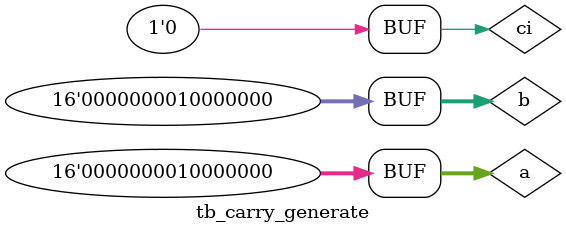
<source format=v>
`timescale 1ns/10ps

module tb_carry_generate();

reg ci;
reg [15:0] a, b;
wire c4, c8, c12, c16;

carry_generate carry0(.a(a), .b(b), .ci(ci), .c4(c4), .c8(c8), .c12(c12), .c16(c16));

initial begin
	a = 16'b0000_0000_1000_0000;
	b = 16'b0000_0000_1000_0000;
	ci = 0;
end

endmodule

</source>
